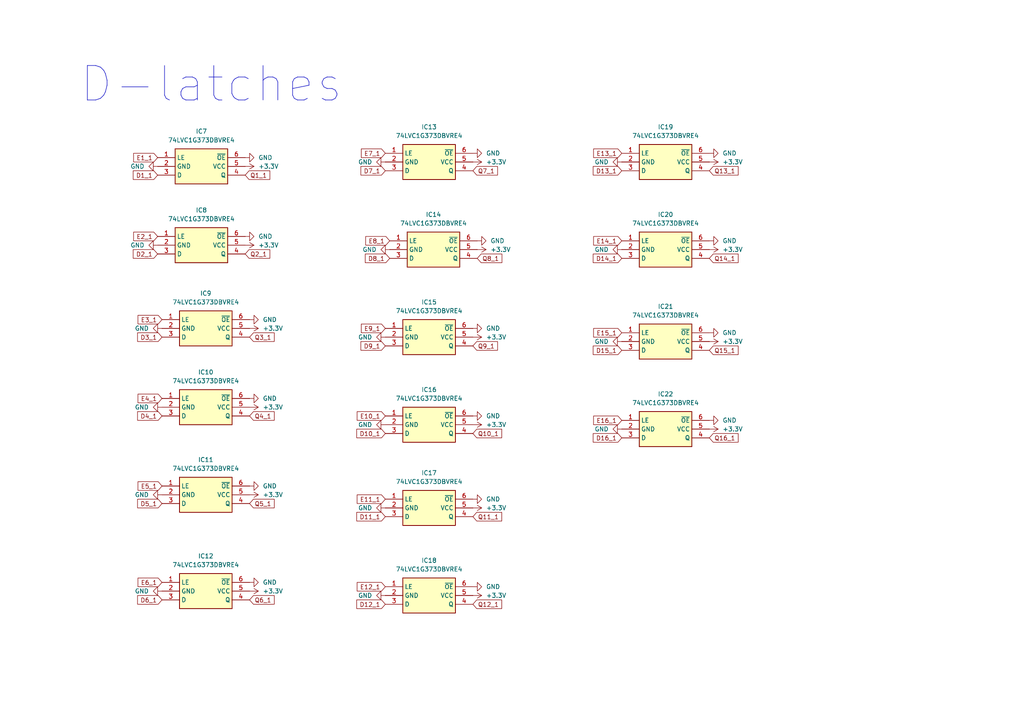
<source format=kicad_sch>
(kicad_sch (version 20230121) (generator eeschema)
  (paper "A4")
  (lib_symbols
    (symbol "74LVC1G373DBVRE4:74LVC1G373DBVRE4"
      (property "Reference" "IC" (at 21.59 7.62 0))
      (property "Value" "74LVC1G373DBVRE4" (at 21.59 5.08 0))
      (symbol "74LVC1G373DBVRE4_1_1"
        (rectangle (start 5.08 2.54) (end 20.32 -7.62) (stroke (width 0.254)) (fill (type background)))
        (pin passive line (at 0 0 0) (length 5.08) (name "LE") (number "1"))
        (pin passive line (at 0 -2.54 0) (length 5.08) (name "GND") (number "2"))
        (pin passive line (at 0 -5.08 0) (length 5.08) (name "D") (number "3"))
        (pin passive line (at 25.4 -5.08 180) (length 5.08) (name "Q") (number "4"))
        (pin passive line (at 25.4 -2.54 180) (length 5.08) (name "VCC") (number "5"))
        (pin passive line (at 25.4 0 180) (length 5.08) (name "~{OE}") (number "6"))
      )
    )
    (symbol "power:+3.3V" (power) (pin_names (offset 0))
      (property "Value" "+3.3V" (at 0 3.556 0))
      (symbol "+3.3V_0_1"
        (polyline (pts (xy -0.762 1.27) (xy 0 2.54)))
        (polyline (pts (xy 0 0) (xy 0 2.54)))
        (polyline (pts (xy 0 2.54) (xy 0.762 1.27)))
      )
      (symbol "+3.3V_1_1"
        (pin power_in line (at 0 0 90) (length 0) hide (name "+3.3V") (number "1"))
      )
    )
    (symbol "power:GND" (power) (pin_names (offset 0))
      (property "Value" "GND" (at 0 -3.81 0))
      (symbol "GND_0_1"
        (polyline (pts (xy 0 0) (xy 0 -1.27) (xy 1.27 -1.27) (xy 0 -2.54) (xy -1.27 -1.27) (xy 0 -1.27)))
      )
      (symbol "GND_1_1"
        (pin power_in line (at 0 0 270) (length 0) hide (name "GND") (number "1"))
      )
    )
  )
  (text "D-latches" (at 22.86 30.48 0) (effects (font (size 10 10)) (justify left bottom)))
  (global_label "Q3_1" (shape input) (at 72.39 97.79 0) (property "Intersheetrefs" "${INTERSHEET_REFS}" (effects hide)))
  (global_label "D7_1" (shape input) (at 111.76 49.53 180) (property "Intersheetrefs" "${INTERSHEET_REFS}" (effects hide)))
  (global_label "E9_1" (shape input) (at 111.76 95.25 180) (property "Intersheetrefs" "${INTERSHEET_REFS}" (effects hide)))
  (global_label "E6_1" (shape input) (at 46.99 168.91 180) (property "Intersheetrefs" "${INTERSHEET_REFS}" (effects hide)))
  (global_label "E8_1" (shape input) (at 113.03 69.85 180) (property "Intersheetrefs" "${INTERSHEET_REFS}" (effects hide)))
  (global_label "E11_1" (shape input) (at 111.76 144.78 180) (property "Intersheetrefs" "${INTERSHEET_REFS}" (effects hide)))
  (global_label "E4_1" (shape input) (at 46.99 115.57 180) (property "Intersheetrefs" "${INTERSHEET_REFS}" (effects hide)))
  (global_label "D9_1" (shape input) (at 111.76 100.33 180) (property "Intersheetrefs" "${INTERSHEET_REFS}" (effects hide)))
  (global_label "Q14_1" (shape input) (at 205.74 74.93 0) (property "Intersheetrefs" "${INTERSHEET_REFS}" (effects hide)))
  (global_label "Q6_1" (shape input) (at 72.39 173.99 0) (property "Intersheetrefs" "${INTERSHEET_REFS}" (effects hide)))
  (global_label "Q11_1" (shape input) (at 137.16 149.86 0) (property "Intersheetrefs" "${INTERSHEET_REFS}" (effects hide)))
  (global_label "Q2_1" (shape input) (at 71.12 73.66 0) (property "Intersheetrefs" "${INTERSHEET_REFS}" (effects hide)))
  (global_label "Q16_1" (shape input) (at 205.74 127 0) (property "Intersheetrefs" "${INTERSHEET_REFS}" (effects hide)))
  (global_label "D5_1" (shape input) (at 46.99 146.05 180) (property "Intersheetrefs" "${INTERSHEET_REFS}" (effects hide)))
  (global_label "D3_1" (shape input) (at 46.99 97.79 180) (property "Intersheetrefs" "${INTERSHEET_REFS}" (effects hide)))
  (global_label "Q8_1" (shape input) (at 138.43 74.93 0) (property "Intersheetrefs" "${INTERSHEET_REFS}" (effects hide)))
  (global_label "E16_1" (shape input) (at 180.34 121.92 180) (property "Intersheetrefs" "${INTERSHEET_REFS}" (effects hide)))
  (global_label "D8_1" (shape input) (at 113.03 74.93 180) (property "Intersheetrefs" "${INTERSHEET_REFS}" (effects hide)))
  (global_label "D13_1" (shape input) (at 180.34 49.53 180) (property "Intersheetrefs" "${INTERSHEET_REFS}" (effects hide)))
  (global_label "E2_1" (shape input) (at 45.72 68.58 180) (property "Intersheetrefs" "${INTERSHEET_REFS}" (effects hide)))
  (global_label "Q4_1" (shape input) (at 72.39 120.65 0) (property "Intersheetrefs" "${INTERSHEET_REFS}" (effects hide)))
  (global_label "E10_1" (shape input) (at 111.76 120.65 180) (property "Intersheetrefs" "${INTERSHEET_REFS}" (effects hide)))
  (global_label "E15_1" (shape input) (at 180.34 96.52 180) (property "Intersheetrefs" "${INTERSHEET_REFS}" (effects hide)))
  (global_label "Q5_1" (shape input) (at 72.39 146.05 0) (property "Intersheetrefs" "${INTERSHEET_REFS}" (effects hide)))
  (global_label "E7_1" (shape input) (at 111.76 44.45 180) (property "Intersheetrefs" "${INTERSHEET_REFS}" (effects hide)))
  (global_label "Q1_1" (shape input) (at 71.12 50.8 0) (property "Intersheetrefs" "${INTERSHEET_REFS}" (effects hide)))
  (global_label "E12_1" (shape input) (at 111.76 170.18 180) (property "Intersheetrefs" "${INTERSHEET_REFS}" (effects hide)))
  (global_label "Q7_1" (shape input) (at 137.16 49.53 0) (property "Intersheetrefs" "${INTERSHEET_REFS}" (effects hide)))
  (global_label "D6_1" (shape input) (at 46.99 173.99 180) (property "Intersheetrefs" "${INTERSHEET_REFS}" (effects hide)))
  (global_label "E5_1" (shape input) (at 46.99 140.97 180) (property "Intersheetrefs" "${INTERSHEET_REFS}" (effects hide)))
  (global_label "Q9_1" (shape input) (at 137.16 100.33 0) (property "Intersheetrefs" "${INTERSHEET_REFS}" (effects hide)))
  (global_label "D2_1" (shape input) (at 45.72 73.66 180) (property "Intersheetrefs" "${INTERSHEET_REFS}" (effects hide)))
  (global_label "Q10_1" (shape input) (at 137.16 125.73 0) (property "Intersheetrefs" "${INTERSHEET_REFS}" (effects hide)))
  (global_label "D1_1" (shape input) (at 45.72 50.8 180) (property "Intersheetrefs" "${INTERSHEET_REFS}" (effects hide)))
  (global_label "D4_1" (shape input) (at 46.99 120.65 180) (property "Intersheetrefs" "${INTERSHEET_REFS}" (effects hide)))
  (global_label "Q15_1" (shape input) (at 205.74 101.6 0) (property "Intersheetrefs" "${INTERSHEET_REFS}" (effects hide)))
  (global_label "E14_1" (shape input) (at 180.34 69.85 180) (property "Intersheetrefs" "${INTERSHEET_REFS}" (effects hide)))
  (global_label "D14_1" (shape input) (at 180.34 74.93 180) (property "Intersheetrefs" "${INTERSHEET_REFS}" (effects hide)))
  (global_label "Q13_1" (shape input) (at 205.74 49.53 0) (property "Intersheetrefs" "${INTERSHEET_REFS}" (effects hide)))
  (global_label "E13_1" (shape input) (at 180.34 44.45 180) (property "Intersheetrefs" "${INTERSHEET_REFS}" (effects hide)))
  (global_label "D11_1" (shape input) (at 111.76 149.86 180) (property "Intersheetrefs" "${INTERSHEET_REFS}" (effects hide)))
  (global_label "D15_1" (shape input) (at 180.34 101.6 180) (property "Intersheetrefs" "${INTERSHEET_REFS}" (effects hide)))
  (global_label "E1_1" (shape input) (at 45.72 45.72 180) (property "Intersheetrefs" "${INTERSHEET_REFS}" (effects hide)))
  (global_label "D16_1" (shape input) (at 180.34 127 180) (property "Intersheetrefs" "${INTERSHEET_REFS}" (effects hide)))
  (global_label "D10_1" (shape input) (at 111.76 125.73 180) (property "Intersheetrefs" "${INTERSHEET_REFS}" (effects hide)))
  (global_label "Q12_1" (shape input) (at 137.16 175.26 0) (property "Intersheetrefs" "${INTERSHEET_REFS}" (effects hide)))
  (global_label "D12_1" (shape input) (at 111.76 175.26 180) (property "Intersheetrefs" "${INTERSHEET_REFS}" (effects hide)))
  (global_label "E3_1" (shape input) (at 46.99 92.71 180) (property "Intersheetrefs" "${INTERSHEET_REFS}" (effects hide)))
  (symbol (lib_id "power:+3.3V") (at 71.12 48.26 270) (unit 1)
    (property "Reference" "#PWR028" (effects hide))
    (property "Value" "+3.3V" (at 74.93 48.26 90) (effects (justify left)))
  )
  (symbol (lib_id "power:+3.3V") (at 72.39 171.45 270) (unit 1)
    (property "Reference" "#PWR038" (effects hide))
    (property "Value" "+3.3V" (at 76.2 171.45 90) (effects (justify left)))
  )
  (symbol (lib_id "power:+3.3V") (at 138.43 72.39 270) (unit 1)
    (property "Reference" "#PWR056" (effects hide))
    (property "Value" "+3.3V" (at 142.24 72.39 90) (effects (justify left)))
  )
  (symbol (lib_id "power:+3.3V") (at 71.12 71.12 270) (unit 1)
    (property "Reference" "#PWR030" (effects hide))
    (property "Value" "+3.3V" (at 74.93 71.12 90) (effects (justify left)))
  )
  (symbol (lib_id "power:GND") (at 72.39 115.57 90) (unit 1)
    (property "Reference" "#PWR033" (effects hide))
    (property "Value" "GND" (at 76.2 115.57 90) (effects (justify right)))
  )
  (symbol (lib_id "power:GND") (at 205.74 96.52 90) (unit 1)
    (property "Reference" "#PWR065" (effects hide))
    (property "Value" "GND" (at 209.55 96.52 90) (effects (justify right)))
  )
  (symbol (lib_id "74LVC1G373DBVRE4:74LVC1G373DBVRE4") (at 46.99 140.97 0) (unit 1)
    (property "Reference" "IC11" (at 59.69 133.35 0))
    (property "Value" "74LVC1G373DBVRE4" (at 59.69 135.89 0))
    (property "Footprint" "74lvc1g373dbvre4:SOT95P280X145-6N" (effects hide))
    (property "Datasheet" "http://www.ti.com/general/docs/suppproductinfo.tsp?distId=10&gotoUrl=http%3A%2F%2Fwww.ti.com%2Flit%2Fgpn%2Fsn74lvc1g373" (effects hide))
    (property "Height" "1.45" (effects hide))
    (property "Mouser Part Number" "595-74LVC1G373DBVRE4" (effects hide))
    (property "Mouser Price/Stock" "https://www.mouser.co.uk/ProductDetail/Texas-Instruments/74LVC1G373DBVRE4?qs=pajgIaoyDUixBk1O2Qp78w%3D%3D" (effects hide))
    (property "Manufacturer_Name" "Texas Instruments" (effects hide))
    (property "Manufacturer_Part_Number" "74LVC1G373DBVRE4" (effects hide))
  )
  (symbol (lib_id "power:GND") (at 137.16 95.25 90) (unit 1)
    (property "Reference" "#PWR047" (effects hide))
    (property "Value" "GND" (at 140.97 95.25 90) (effects (justify right)))
  )
  (symbol (lib_id "74LVC1G373DBVRE4:74LVC1G373DBVRE4") (at 46.99 168.91 0) (unit 1)
    (property "Reference" "IC12" (at 59.69 161.29 0))
    (property "Value" "74LVC1G373DBVRE4" (at 59.69 163.83 0))
    (property "Footprint" "74lvc1g373dbvre4:SOT95P280X145-6N" (effects hide))
    (property "Datasheet" "http://www.ti.com/general/docs/suppproductinfo.tsp?distId=10&gotoUrl=http%3A%2F%2Fwww.ti.com%2Flit%2Fgpn%2Fsn74lvc1g373" (effects hide))
    (property "Height" "1.45" (effects hide))
    (property "Mouser Part Number" "595-74LVC1G373DBVRE4" (effects hide))
    (property "Mouser Price/Stock" "https://www.mouser.co.uk/ProductDetail/Texas-Instruments/74LVC1G373DBVRE4?qs=pajgIaoyDUixBk1O2Qp78w%3D%3D" (effects hide))
    (property "Manufacturer_Name" "Texas Instruments" (effects hide))
    (property "Manufacturer_Part_Number" "74LVC1G373DBVRE4" (effects hide))
  )
  (symbol (lib_id "power:GND") (at 137.16 170.18 90) (unit 1)
    (property "Reference" "#PWR053" (effects hide))
    (property "Value" "GND" (at 140.97 170.18 90) (effects (justify right)))
  )
  (symbol (lib_id "74LVC1G373DBVRE4:74LVC1G373DBVRE4") (at 111.76 144.78 0) (unit 1)
    (property "Reference" "IC17" (at 124.46 137.16 0))
    (property "Value" "74LVC1G373DBVRE4" (at 124.46 139.7 0))
    (property "Footprint" "74lvc1g373dbvre4:SOT95P280X145-6N" (effects hide))
    (property "Datasheet" "http://www.ti.com/general/docs/suppproductinfo.tsp?distId=10&gotoUrl=http%3A%2F%2Fwww.ti.com%2Flit%2Fgpn%2Fsn74lvc1g373" (effects hide))
    (property "Height" "1.45" (effects hide))
    (property "Mouser Part Number" "595-74LVC1G373DBVRE4" (effects hide))
    (property "Mouser Price/Stock" "https://www.mouser.co.uk/ProductDetail/Texas-Instruments/74LVC1G373DBVRE4?qs=pajgIaoyDUixBk1O2Qp78w%3D%3D" (effects hide))
    (property "Manufacturer_Name" "Texas Instruments" (effects hide))
    (property "Manufacturer_Part_Number" "74LVC1G373DBVRE4" (effects hide))
    (instances (project "SwitchingV3" (path "" (reference "IC17") (unit 1))) (project "SWitchingV2" (path "" (reference "IC16") (unit 1))))
  )
  (symbol (lib_id "74LVC1G373DBVRE4:74LVC1G373DBVRE4") (at 113.03 69.85 0) (unit 1)
    (property "Reference" "IC14" (at 125.73 62.23 0))
    (property "Value" "74LVC1G373DBVRE4" (at 125.73 64.77 0))
    (property "Footprint" "74lvc1g373dbvre4:SOT95P280X145-6N" (effects hide))
    (property "Datasheet" "http://www.ti.com/general/docs/suppproductinfo.tsp?distId=10&gotoUrl=http%3A%2F%2Fwww.ti.com%2Flit%2Fgpn%2Fsn74lvc1g373" (effects hide))
    (property "Height" "1.45" (effects hide))
    (property "Mouser Part Number" "595-74LVC1G373DBVRE4" (effects hide))
    (property "Mouser Price/Stock" "https://www.mouser.co.uk/ProductDetail/Texas-Instruments/74LVC1G373DBVRE4?qs=pajgIaoyDUixBk1O2Qp78w%3D%3D" (effects hide))
    (property "Manufacturer_Name" "Texas Instruments" (effects hide))
    (property "Manufacturer_Part_Number" "74LVC1G373DBVRE4" (effects hide))
    (instances (project "SwitchingV3" (path "" (reference "IC14") (unit 1))) (project "SWitchingV2" (path "" (reference "IC16") (unit 1))))
  )
  (symbol (lib_id "power:GND") (at 180.34 99.06 270) (unit 1)
    (property "Reference" "#PWR059" (effects hide))
    (property "Value" "GND" (at 176.53 99.06 90) (effects (justify right)))
  )
  (symbol (lib_id "power:GND") (at 72.39 92.71 90) (unit 1)
    (property "Reference" "#PWR031" (effects hide))
    (property "Value" "GND" (at 76.2 92.71 90) (effects (justify right)))
  )
  (symbol (lib_id "power:GND") (at 46.99 118.11 270) (unit 1)
    (property "Reference" "#PWR024" (effects hide))
    (property "Value" "GND" (at 43.18 118.11 90) (effects (justify right)))
  )
  (symbol (lib_id "74LVC1G373DBVRE4:74LVC1G373DBVRE4") (at 180.34 69.85 0) (unit 1)
    (property "Reference" "IC20" (at 193.04 62.23 0))
    (property "Value" "74LVC1G373DBVRE4" (at 193.04 64.77 0))
    (property "Footprint" "74lvc1g373dbvre4:SOT95P280X145-6N" (effects hide))
    (property "Datasheet" "http://www.ti.com/general/docs/suppproductinfo.tsp?distId=10&gotoUrl=http%3A%2F%2Fwww.ti.com%2Flit%2Fgpn%2Fsn74lvc1g373" (effects hide))
    (property "Height" "1.45" (effects hide))
    (property "Mouser Part Number" "595-74LVC1G373DBVRE4" (effects hide))
    (property "Mouser Price/Stock" "https://www.mouser.co.uk/ProductDetail/Texas-Instruments/74LVC1G373DBVRE4?qs=pajgIaoyDUixBk1O2Qp78w%3D%3D" (effects hide))
    (property "Manufacturer_Name" "Texas Instruments" (effects hide))
    (property "Manufacturer_Part_Number" "74LVC1G373DBVRE4" (effects hide))
  )
  (symbol (lib_id "power:+3.3V") (at 72.39 95.25 270) (unit 1)
    (property "Reference" "#PWR032" (effects hide))
    (property "Value" "+3.3V" (at 76.2 95.25 90) (effects (justify left)))
  )
  (symbol (lib_id "power:GND") (at 180.34 46.99 270) (unit 1)
    (property "Reference" "#PWR057" (effects hide))
    (property "Value" "GND" (at 176.53 46.99 90) (effects (justify right)))
  )
  (symbol (lib_id "power:GND") (at 111.76 172.72 270) (unit 1)
    (property "Reference" "#PWR043" (effects hide))
    (property "Value" "GND" (at 107.95 172.72 90) (effects (justify right)))
  )
  (symbol (lib_id "power:GND") (at 46.99 95.25 270) (unit 1)
    (property "Reference" "#PWR023" (effects hide))
    (property "Value" "GND" (at 43.18 95.25 90) (effects (justify right)))
  )
  (symbol (lib_id "74LVC1G373DBVRE4:74LVC1G373DBVRE4") (at 111.76 120.65 0) (unit 1)
    (property "Reference" "IC16" (at 124.46 113.03 0))
    (property "Value" "74LVC1G373DBVRE4" (at 124.46 115.57 0))
    (property "Footprint" "74lvc1g373dbvre4:SOT95P280X145-6N" (effects hide))
    (property "Datasheet" "http://www.ti.com/general/docs/suppproductinfo.tsp?distId=10&gotoUrl=http%3A%2F%2Fwww.ti.com%2Flit%2Fgpn%2Fsn74lvc1g373" (effects hide))
    (property "Height" "1.45" (effects hide))
    (property "Mouser Part Number" "595-74LVC1G373DBVRE4" (effects hide))
    (property "Mouser Price/Stock" "https://www.mouser.co.uk/ProductDetail/Texas-Instruments/74LVC1G373DBVRE4?qs=pajgIaoyDUixBk1O2Qp78w%3D%3D" (effects hide))
    (property "Manufacturer_Name" "Texas Instruments" (effects hide))
    (property "Manufacturer_Part_Number" "74LVC1G373DBVRE4" (effects hide))
  )
  (symbol (lib_id "power:+3.3V") (at 72.39 118.11 270) (unit 1)
    (property "Reference" "#PWR034" (effects hide))
    (property "Value" "+3.3V" (at 76.2 118.11 90) (effects (justify left)))
  )
  (symbol (lib_id "74LVC1G373DBVRE4:74LVC1G373DBVRE4") (at 46.99 115.57 0) (unit 1)
    (property "Reference" "IC10" (at 59.69 107.95 0))
    (property "Value" "74LVC1G373DBVRE4" (at 59.69 110.49 0))
    (property "Footprint" "74lvc1g373dbvre4:SOT95P280X145-6N" (effects hide))
    (property "Datasheet" "http://www.ti.com/general/docs/suppproductinfo.tsp?distId=10&gotoUrl=http%3A%2F%2Fwww.ti.com%2Flit%2Fgpn%2Fsn74lvc1g373" (effects hide))
    (property "Height" "1.45" (effects hide))
    (property "Mouser Part Number" "595-74LVC1G373DBVRE4" (effects hide))
    (property "Mouser Price/Stock" "https://www.mouser.co.uk/ProductDetail/Texas-Instruments/74LVC1G373DBVRE4?qs=pajgIaoyDUixBk1O2Qp78w%3D%3D" (effects hide))
    (property "Manufacturer_Name" "Texas Instruments" (effects hide))
    (property "Manufacturer_Part_Number" "74LVC1G373DBVRE4" (effects hide))
  )
  (symbol (lib_id "power:GND") (at 71.12 68.58 90) (unit 1)
    (property "Reference" "#PWR029" (effects hide))
    (property "Value" "GND" (at 74.93 68.58 90) (effects (justify right)))
  )
  (symbol (lib_id "74LVC1G373DBVRE4:74LVC1G373DBVRE4") (at 45.72 45.72 0) (unit 1)
    (property "Reference" "IC7" (at 58.42 38.1 0))
    (property "Value" "74LVC1G373DBVRE4" (at 58.42 40.64 0))
    (property "Footprint" "74lvc1g373dbvre4:SOT95P280X145-6N" (effects hide))
    (property "Datasheet" "http://www.ti.com/general/docs/suppproductinfo.tsp?distId=10&gotoUrl=http%3A%2F%2Fwww.ti.com%2Flit%2Fgpn%2Fsn74lvc1g373" (effects hide))
    (property "Height" "1.45" (effects hide))
    (property "Mouser Part Number" "595-74LVC1G373DBVRE4" (effects hide))
    (property "Mouser Price/Stock" "https://www.mouser.co.uk/ProductDetail/Texas-Instruments/74LVC1G373DBVRE4?qs=pajgIaoyDUixBk1O2Qp78w%3D%3D" (effects hide))
    (property "Manufacturer_Name" "Texas Instruments" (effects hide))
    (property "Manufacturer_Part_Number" "74LVC1G373DBVRE4" (effects hide))
  )
  (symbol (lib_id "power:GND") (at 205.74 44.45 90) (unit 1)
    (property "Reference" "#PWR061" (effects hide))
    (property "Value" "GND" (at 209.55 44.45 90) (effects (justify right)))
  )
  (symbol (lib_id "power:GND") (at 45.72 71.12 270) (unit 1)
    (property "Reference" "#PWR022" (effects hide))
    (property "Value" "GND" (at 41.91 71.12 90) (effects (justify right)))
  )
  (symbol (lib_id "power:GND") (at 46.99 171.45 270) (unit 1)
    (property "Reference" "#PWR026" (effects hide))
    (property "Value" "GND" (at 43.18 171.45 90) (effects (justify right)))
  )
  (symbol (lib_id "power:GND") (at 72.39 168.91 90) (unit 1)
    (property "Reference" "#PWR037" (effects hide))
    (property "Value" "GND" (at 76.2 168.91 90) (effects (justify right)))
  )
  (symbol (lib_id "power:GND") (at 205.74 69.85 90) (unit 1)
    (property "Reference" "#PWR063" (effects hide))
    (property "Value" "GND" (at 209.55 69.85 90) (effects (justify right)))
  )
  (symbol (lib_id "power:GND") (at 137.16 44.45 90) (unit 1)
    (property "Reference" "#PWR045" (effects hide))
    (property "Value" "GND" (at 140.97 44.45 90) (effects (justify right)))
  )
  (symbol (lib_id "power:GND") (at 205.74 121.92 90) (unit 1)
    (property "Reference" "#PWR067" (effects hide))
    (property "Value" "GND" (at 209.55 121.92 90) (effects (justify right)))
  )
  (symbol (lib_id "power:GND") (at 72.39 140.97 90) (unit 1)
    (property "Reference" "#PWR035" (effects hide))
    (property "Value" "GND" (at 76.2 140.97 90) (effects (justify right)))
  )
  (symbol (lib_id "74LVC1G373DBVRE4:74LVC1G373DBVRE4") (at 180.34 96.52 0) (unit 1)
    (property "Reference" "IC21" (at 193.04 88.9 0))
    (property "Value" "74LVC1G373DBVRE4" (at 193.04 91.44 0))
    (property "Footprint" "74lvc1g373dbvre4:SOT95P280X145-6N" (effects hide))
    (property "Datasheet" "http://www.ti.com/general/docs/suppproductinfo.tsp?distId=10&gotoUrl=http%3A%2F%2Fwww.ti.com%2Flit%2Fgpn%2Fsn74lvc1g373" (effects hide))
    (property "Height" "1.45" (effects hide))
    (property "Mouser Part Number" "595-74LVC1G373DBVRE4" (effects hide))
    (property "Mouser Price/Stock" "https://www.mouser.co.uk/ProductDetail/Texas-Instruments/74LVC1G373DBVRE4?qs=pajgIaoyDUixBk1O2Qp78w%3D%3D" (effects hide))
    (property "Manufacturer_Name" "Texas Instruments" (effects hide))
    (property "Manufacturer_Part_Number" "74LVC1G373DBVRE4" (effects hide))
  )
  (symbol (lib_id "power:+3.3V") (at 137.16 123.19 270) (unit 1)
    (property "Reference" "#PWR050" (effects hide))
    (property "Value" "+3.3V" (at 140.97 123.19 90) (effects (justify left)))
  )
  (symbol (lib_id "power:GND") (at 46.99 143.51 270) (unit 1)
    (property "Reference" "#PWR025" (effects hide))
    (property "Value" "GND" (at 43.18 143.51 90) (effects (justify right)))
  )
  (symbol (lib_id "power:GND") (at 113.03 72.39 270) (unit 1)
    (property "Reference" "#PWR044" (effects hide))
    (property "Value" "GND" (at 109.22 72.39 90) (effects (justify right)))
  )
  (symbol (lib_id "power:GND") (at 111.76 147.32 270) (unit 1)
    (property "Reference" "#PWR042" (effects hide))
    (property "Value" "GND" (at 107.95 147.32 90) (effects (justify right)))
  )
  (symbol (lib_id "power:+3.3V") (at 205.74 72.39 270) (unit 1)
    (property "Reference" "#PWR064" (effects hide))
    (property "Value" "+3.3V" (at 209.55 72.39 90) (effects (justify left)))
  )
  (symbol (lib_id "power:GND") (at 111.76 46.99 270) (unit 1)
    (property "Reference" "#PWR039" (effects hide))
    (property "Value" "GND" (at 107.95 46.99 90) (effects (justify right)))
  )
  (symbol (lib_id "74LVC1G373DBVRE4:74LVC1G373DBVRE4") (at 45.72 68.58 0) (unit 1)
    (property "Reference" "IC8" (at 58.42 60.96 0))
    (property "Value" "74LVC1G373DBVRE4" (at 58.42 63.5 0))
    (property "Footprint" "74lvc1g373dbvre4:SOT95P280X145-6N" (effects hide))
    (property "Datasheet" "http://www.ti.com/general/docs/suppproductinfo.tsp?distId=10&gotoUrl=http%3A%2F%2Fwww.ti.com%2Flit%2Fgpn%2Fsn74lvc1g373" (effects hide))
    (property "Height" "1.45" (effects hide))
    (property "Mouser Part Number" "595-74LVC1G373DBVRE4" (effects hide))
    (property "Mouser Price/Stock" "https://www.mouser.co.uk/ProductDetail/Texas-Instruments/74LVC1G373DBVRE4?qs=pajgIaoyDUixBk1O2Qp78w%3D%3D" (effects hide))
    (property "Manufacturer_Name" "Texas Instruments" (effects hide))
    (property "Manufacturer_Part_Number" "74LVC1G373DBVRE4" (effects hide))
  )
  (symbol (lib_id "power:GND") (at 111.76 97.79 270) (unit 1)
    (property "Reference" "#PWR040" (effects hide))
    (property "Value" "GND" (at 107.95 97.79 90) (effects (justify right)))
  )
  (symbol (lib_id "power:+3.3V") (at 72.39 143.51 270) (unit 1)
    (property "Reference" "#PWR036" (effects hide))
    (property "Value" "+3.3V" (at 76.2 143.51 90) (effects (justify left)))
  )
  (symbol (lib_id "74LVC1G373DBVRE4:74LVC1G373DBVRE4") (at 180.34 121.92 0) (unit 1)
    (property "Reference" "IC22" (at 193.04 114.3 0))
    (property "Value" "74LVC1G373DBVRE4" (at 193.04 116.84 0))
    (property "Footprint" "74lvc1g373dbvre4:SOT95P280X145-6N" (effects hide))
    (property "Datasheet" "http://www.ti.com/general/docs/suppproductinfo.tsp?distId=10&gotoUrl=http%3A%2F%2Fwww.ti.com%2Flit%2Fgpn%2Fsn74lvc1g373" (effects hide))
    (property "Height" "1.45" (effects hide))
    (property "Mouser Part Number" "595-74LVC1G373DBVRE4" (effects hide))
    (property "Mouser Price/Stock" "https://www.mouser.co.uk/ProductDetail/Texas-Instruments/74LVC1G373DBVRE4?qs=pajgIaoyDUixBk1O2Qp78w%3D%3D" (effects hide))
    (property "Manufacturer_Name" "Texas Instruments" (effects hide))
    (property "Manufacturer_Part_Number" "74LVC1G373DBVRE4" (effects hide))
  )
  (symbol (lib_id "power:GND") (at 180.34 124.46 270) (unit 1)
    (property "Reference" "#PWR060" (effects hide))
    (property "Value" "GND" (at 176.53 124.46 90) (effects (justify right)))
  )
  (symbol (lib_id "power:GND") (at 111.76 123.19 270) (unit 1)
    (property "Reference" "#PWR041" (effects hide))
    (property "Value" "GND" (at 107.95 123.19 90) (effects (justify right)))
  )
  (symbol (lib_id "74LVC1G373DBVRE4:74LVC1G373DBVRE4") (at 180.34 44.45 0) (unit 1)
    (property "Reference" "IC19" (at 193.04 36.83 0))
    (property "Value" "74LVC1G373DBVRE4" (at 193.04 39.37 0))
    (property "Footprint" "74lvc1g373dbvre4:SOT95P280X145-6N" (effects hide))
    (property "Datasheet" "http://www.ti.com/general/docs/suppproductinfo.tsp?distId=10&gotoUrl=http%3A%2F%2Fwww.ti.com%2Flit%2Fgpn%2Fsn74lvc1g373" (effects hide))
    (property "Height" "1.45" (effects hide))
    (property "Mouser Part Number" "595-74LVC1G373DBVRE4" (effects hide))
    (property "Mouser Price/Stock" "https://www.mouser.co.uk/ProductDetail/Texas-Instruments/74LVC1G373DBVRE4?qs=pajgIaoyDUixBk1O2Qp78w%3D%3D" (effects hide))
    (property "Manufacturer_Name" "Texas Instruments" (effects hide))
    (property "Manufacturer_Part_Number" "74LVC1G373DBVRE4" (effects hide))
  )
  (symbol (lib_id "74LVC1G373DBVRE4:74LVC1G373DBVRE4") (at 46.99 92.71 0) (unit 1)
    (property "Reference" "IC9" (at 59.69 85.09 0))
    (property "Value" "74LVC1G373DBVRE4" (at 59.69 87.63 0))
    (property "Footprint" "74lvc1g373dbvre4:SOT95P280X145-6N" (effects hide))
    (property "Datasheet" "http://www.ti.com/general/docs/suppproductinfo.tsp?distId=10&gotoUrl=http%3A%2F%2Fwww.ti.com%2Flit%2Fgpn%2Fsn74lvc1g373" (effects hide))
    (property "Height" "1.45" (effects hide))
    (property "Mouser Part Number" "595-74LVC1G373DBVRE4" (effects hide))
    (property "Mouser Price/Stock" "https://www.mouser.co.uk/ProductDetail/Texas-Instruments/74LVC1G373DBVRE4?qs=pajgIaoyDUixBk1O2Qp78w%3D%3D" (effects hide))
    (property "Manufacturer_Name" "Texas Instruments" (effects hide))
    (property "Manufacturer_Part_Number" "74LVC1G373DBVRE4" (effects hide))
  )
  (symbol (lib_id "74LVC1G373DBVRE4:74LVC1G373DBVRE4") (at 111.76 170.18 0) (unit 1)
    (property "Reference" "IC18" (at 124.46 162.56 0))
    (property "Value" "74LVC1G373DBVRE4" (at 124.46 165.1 0))
    (property "Footprint" "74lvc1g373dbvre4:SOT95P280X145-6N" (effects hide))
    (property "Datasheet" "http://www.ti.com/general/docs/suppproductinfo.tsp?distId=10&gotoUrl=http%3A%2F%2Fwww.ti.com%2Flit%2Fgpn%2Fsn74lvc1g373" (effects hide))
    (property "Height" "1.45" (effects hide))
    (property "Mouser Part Number" "595-74LVC1G373DBVRE4" (effects hide))
    (property "Mouser Price/Stock" "https://www.mouser.co.uk/ProductDetail/Texas-Instruments/74LVC1G373DBVRE4?qs=pajgIaoyDUixBk1O2Qp78w%3D%3D" (effects hide))
    (property "Manufacturer_Name" "Texas Instruments" (effects hide))
    (property "Manufacturer_Part_Number" "74LVC1G373DBVRE4" (effects hide))
    (instances (project "SwitchingV3" (path "" (reference "IC18") (unit 1))) (project "SWitchingV2" (path "" (reference "IC16") (unit 1))))
  )
  (symbol (lib_id "74LVC1G373DBVRE4:74LVC1G373DBVRE4") (at 111.76 95.25 0) (unit 1)
    (property "Reference" "IC15" (at 124.46 87.63 0))
    (property "Value" "74LVC1G373DBVRE4" (at 124.46 90.17 0))
    (property "Footprint" "74lvc1g373dbvre4:SOT95P280X145-6N" (effects hide))
    (property "Datasheet" "http://www.ti.com/general/docs/suppproductinfo.tsp?distId=10&gotoUrl=http%3A%2F%2Fwww.ti.com%2Flit%2Fgpn%2Fsn74lvc1g373" (effects hide))
    (property "Height" "1.45" (effects hide))
    (property "Mouser Part Number" "595-74LVC1G373DBVRE4" (effects hide))
    (property "Mouser Price/Stock" "https://www.mouser.co.uk/ProductDetail/Texas-Instruments/74LVC1G373DBVRE4?qs=pajgIaoyDUixBk1O2Qp78w%3D%3D" (effects hide))
    (property "Manufacturer_Name" "Texas Instruments" (effects hide))
    (property "Manufacturer_Part_Number" "74LVC1G373DBVRE4" (effects hide))
    (instances (project "SwitchingV3" (path "" (reference "IC15") (unit 1))) (project "SWitchingV2" (path "" (reference "IC16") (unit 1))))
  )
  (symbol (lib_id "power:GND") (at 137.16 144.78 90) (unit 1)
    (property "Reference" "#PWR051" (effects hide))
    (property "Value" "GND" (at 140.97 144.78 90) (effects (justify right)))
  )
  (symbol (lib_id "power:+3.3V") (at 137.16 97.79 270) (unit 1)
    (property "Reference" "#PWR048" (effects hide))
    (property "Value" "+3.3V" (at 140.97 97.79 90) (effects (justify left)))
  )
  (symbol (lib_id "power:GND") (at 138.43 69.85 90) (unit 1)
    (property "Reference" "#PWR055" (effects hide))
    (property "Value" "GND" (at 142.24 69.85 90) (effects (justify right)))
  )
  (symbol (lib_id "power:+3.3V") (at 137.16 172.72 270) (unit 1)
    (property "Reference" "#PWR054" (effects hide))
    (property "Value" "+3.3V" (at 140.97 172.72 90) (effects (justify left)))
  )
  (symbol (lib_id "power:GND") (at 45.72 48.26 270) (unit 1)
    (property "Reference" "#PWR021" (effects hide))
    (property "Value" "GND" (at 41.91 48.26 90) (effects (justify right)))
  )
  (symbol (lib_id "power:GND") (at 71.12 45.72 90) (unit 1)
    (property "Reference" "#PWR027" (effects hide))
    (property "Value" "GND" (at 74.93 45.72 90) (effects (justify right)))
  )
  (symbol (lib_id "power:+3.3V") (at 205.74 99.06 270) (unit 1)
    (property "Reference" "#PWR066" (effects hide))
    (property "Value" "+3.3V" (at 209.55 99.06 90) (effects (justify left)))
  )
  (symbol (lib_id "power:+3.3V") (at 137.16 147.32 270) (unit 1)
    (property "Reference" "#PWR052" (effects hide))
    (property "Value" "+3.3V" (at 140.97 147.32 90) (effects (justify left)))
  )
  (symbol (lib_id "power:GND") (at 180.34 72.39 270) (unit 1)
    (property "Reference" "#PWR058" (effects hide))
    (property "Value" "GND" (at 176.53 72.39 90) (effects (justify right)))
  )
  (symbol (lib_id "power:GND") (at 137.16 120.65 90) (unit 1)
    (property "Reference" "#PWR049" (effects hide))
    (property "Value" "GND" (at 140.97 120.65 90) (effects (justify right)))
  )
  (symbol (lib_id "power:+3.3V") (at 205.74 124.46 270) (unit 1)
    (property "Reference" "#PWR068" (effects hide))
    (property "Value" "+3.3V" (at 209.55 124.46 90) (effects (justify left)))
  )
  (symbol (lib_id "74LVC1G373DBVRE4:74LVC1G373DBVRE4") (at 111.76 44.45 0) (unit 1)
    (property "Reference" "IC13" (at 124.46 36.83 0))
    (property "Value" "74LVC1G373DBVRE4" (at 124.46 39.37 0))
    (property "Footprint" "74lvc1g373dbvre4:SOT95P280X145-6N" (effects hide))
    (property "Datasheet" "http://www.ti.com/general/docs/suppproductinfo.tsp?distId=10&gotoUrl=http%3A%2F%2Fwww.ti.com%2Flit%2Fgpn%2Fsn74lvc1g373" (effects hide))
    (property "Height" "1.45" (effects hide))
    (property "Mouser Part Number" "595-74LVC1G373DBVRE4" (effects hide))
    (property "Mouser Price/Stock" "https://www.mouser.co.uk/ProductDetail/Texas-Instruments/74LVC1G373DBVRE4?qs=pajgIaoyDUixBk1O2Qp78w%3D%3D" (effects hide))
    (property "Manufacturer_Name" "Texas Instruments" (effects hide))
    (property "Manufacturer_Part_Number" "74LVC1G373DBVRE4" (effects hide))
  )
  (symbol (lib_id "power:+3.3V") (at 205.74 46.99 270) (unit 1)
    (property "Reference" "#PWR062" (effects hide))
    (property "Value" "+3.3V" (at 209.55 46.99 90) (effects (justify left)))
  )
  (symbol (lib_id "power:+3.3V") (at 137.16 46.99 270) (unit 1)
    (property "Reference" "#PWR046" (effects hide))
    (property "Value" "+3.3V" (at 140.97 46.99 90) (effects (justify left)))
  )
)
</source>
